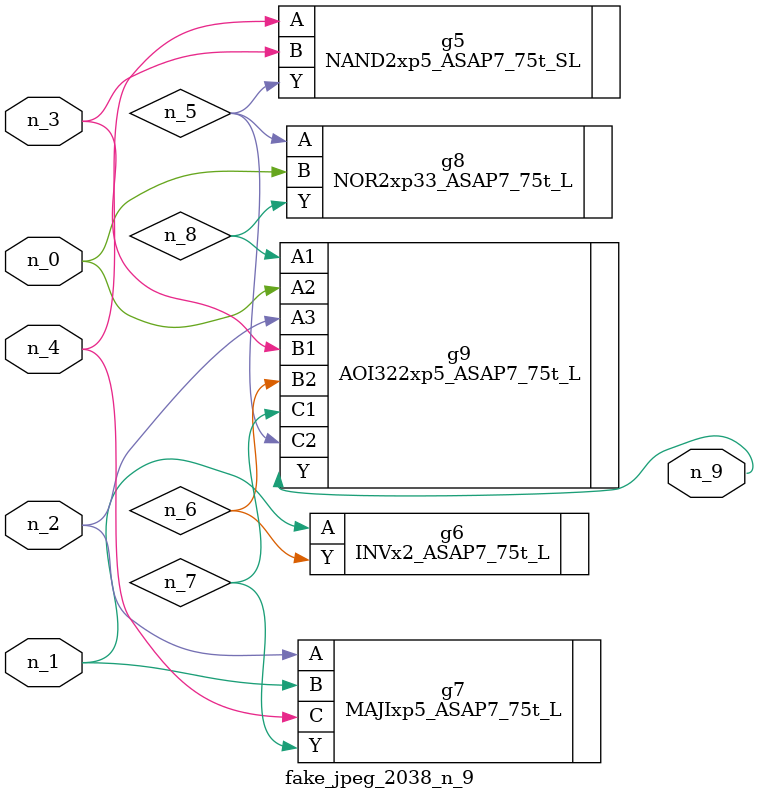
<source format=v>
module fake_jpeg_2038_n_9 (n_3, n_2, n_1, n_0, n_4, n_9);

input n_3;
input n_2;
input n_1;
input n_0;
input n_4;

output n_9;

wire n_8;
wire n_6;
wire n_5;
wire n_7;

NAND2xp5_ASAP7_75t_SL g5 ( 
.A(n_4),
.B(n_3),
.Y(n_5)
);

INVx2_ASAP7_75t_L g6 ( 
.A(n_1),
.Y(n_6)
);

MAJIxp5_ASAP7_75t_L g7 ( 
.A(n_2),
.B(n_1),
.C(n_4),
.Y(n_7)
);

NOR2xp33_ASAP7_75t_L g8 ( 
.A(n_5),
.B(n_0),
.Y(n_8)
);

AOI322xp5_ASAP7_75t_L g9 ( 
.A1(n_8),
.A2(n_0),
.A3(n_2),
.B1(n_3),
.B2(n_6),
.C1(n_7),
.C2(n_5),
.Y(n_9)
);


endmodule
</source>
